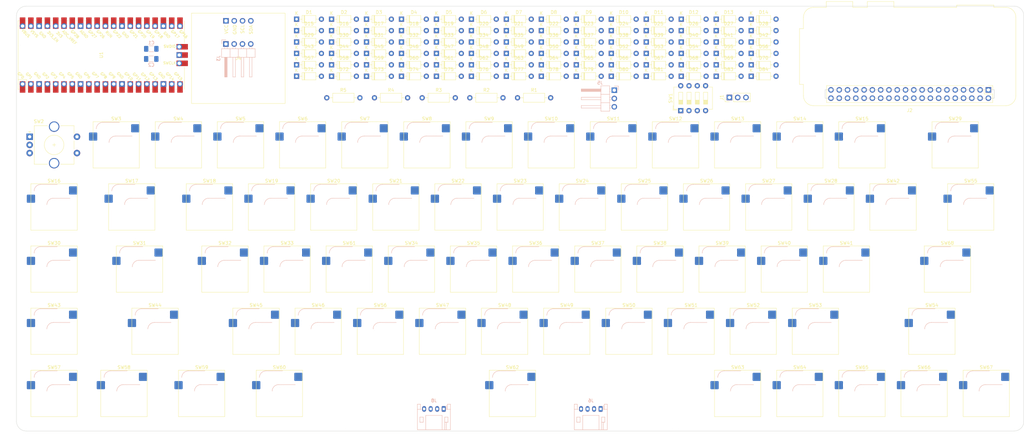
<source format=kicad_pcb>
(kicad_pcb (version 20221018) (generator pcbnew)
  (layers (0 "F.Cu" signal) (31 "B.Cu" signal) (34 "B.Paste" user) (35 "F.Paste" user) (36 "B.SilkS" user "B.Silkscreen") (37 "F.SilkS" user "F.Silkscreen") (38 "B.Mask" user) (39 "F.Mask" user) (44 "Edge.Cuts" user))
  (net 0 "")
  (net 1 "GND")
  (net 2 "Enc1")
  (net 3 "Enc2")
  (net 4 "Encoder_SW_2")
  (net 5 "C0")
  (net 6 "Net-(D2-K)")
  (net 7 "C1")
  (net 8 "Net-(D3-K)")
  (net 9 "C2")
  (net 10 "Net-(D4-K)")
  (net 11 "C3")
  (net 12 "ExtraSource")
  (net 13 "C4")
  (net 14 "Net-(D6-K)")
  (net 15 "C5")
  (net 16 "Net-(D7-K)")
  (net 17 "C6")
  (net 18 "Net-(D8-A)")
  (net 19 "Net-(D9-A)")
  (net 20 "Net-(D10-A)")
  (net 21 "Net-(D11-A)")
  (net 22 "Net-(D12-A)")
  (net 23 "Net-(D13-A)")
  (net 24 "Net-(D14-A)")
  (net 25 "R0")
  (net 26 "Encoder_SW_1")
  (net 27 "Net-(D16-A)")
  (net 28 "Net-(D17-A)")
  (net 29 "Net-(D18-A)")
  (net 30 "Net-(D19-A)")
  (net 31 "Net-(D20-A)")
  (net 32 "Net-(D21-A)")
  (net 33 "Net-(D22-K)")
  (net 34 "Net-(D23-K)")
  (net 35 "Net-(D24-K)")
  (net 36 "Net-(D25-K)")
  (net 37 "Net-(D26-K)")
  (net 38 "Net-(D27-K)")
  (net 39 "Net-(D28-K)")
  (net 40 "R1")
  (net 41 "Net-(D29-A)")
  (net 42 "Net-(D30-A)")
  (net 43 "Net-(D31-A)")
  (net 44 "Net-(D32-A)")
  (net 45 "Net-(D33-A)")
  (net 46 "Net-(D34-A)")
  (net 47 "Net-(D35-A)")
  (net 48 "Net-(D36-K)")
  (net 49 "Net-(D37-K)")
  (net 50 "Net-(D38-K)")
  (net 51 "Net-(D39-K)")
  (net 52 "Net-(D40-K)")
  (net 53 "Net-(D41-K)")
  (net 54 "Net-(D42-K)")
  (net 55 "R2")
  (net 56 "Net-(D43-A)")
  (net 57 "Net-(D44-A)")
  (net 58 "Net-(D45-A)")
  (net 59 "Net-(D46-A)")
  (net 60 "Extra1")
  (net 61 "Net-(D48-A)")
  (net 62 "Net-(D49-A)")
  (net 63 "Net-(D50-K)")
  (net 64 "Net-(D51-K)")
  (net 65 "Net-(D52-K)")
  (net 66 "Net-(D53-K)")
  (net 67 "Net-(D54-K)")
  (net 68 "Net-(D55-K)")
  (net 69 "Net-(D56-K)")
  (net 70 "R3")
  (net 71 "Net-(D57-A)")
  (net 72 "Net-(D58-A)")
  (net 73 "Net-(D59-A)")
  (net 74 "Net-(D60-A)")
  (net 75 "Extra2")
  (net 76 "Net-(D62-A)")
  (net 77 "Net-(D63-A)")
  (net 78 "Net-(D64-K)")
  (net 79 "Net-(D65-K)")
  (net 80 "Net-(D66-K)")
  (net 81 "Net-(D67-K)")
  (net 82 "Net-(D68-K)")
  (net 83 "Net-(D69-K)")
  (net 84 "Net-(D70-K)")
  (net 85 "R4")
  (net 86 "Net-(D71-A)")
  (net 87 "Net-(D72-A)")
  (net 88 "Net-(D73-A)")
  (net 89 "Net-(D74-A)")
  (net 90 "Extra3")
  (net 92 "Net-(D77-A)")
  (net 93 "Net-(D78-K)")
  (net 94 "Net-(D79-K)")
  (net 95 "Net-(D80-K)")
  (net 96 "Net-(D81-K)")
  (net 97 "Net-(D82-K)")
  (net 98 "Net-(D83-K)")
  (net 99 "Net-(D84-K)")
  (net 100 "+5V")
  (net 101 "I2C0_SCL")
  (net 102 "I2C0_SDA")
  (net 128 "SPI_MISO")
  (net 129 "SPI_CS")
  (net 131 "SPI_MOSI")
  (net 132 "SPI_SCK")
  (net 133 "/Pi_VCC")
  (net 134 "PI_SPI_MISO")
  (net 135 "PI_SPI_CS")
  (net 136 "+3V3")
  (net 137 "ANG1")
  (net 138 "ANG2")
  (net 139 "LED")
  (net 140 "Net-(R2-Pad1)")
  (net 141 "Net-(R4-Pad1)")
  (net 142 "PI_SPI_MOSI")
  (net 150 "PI_SPI_SCK")
  (net 151 "Net-(J5-Pin_2)")
  (footprint "Diode_THT:D_DO-35_SOD27_P7.62mm_Horizontal" (layer "F.Cu") (at 214.5 28.5)
    (fp_text reference "D83")
    (fp_text value "D")
  )
  (footprint "PCM_Switch_Keyboard_Hotswap_Kailh:SW_Hotswap_Kailh_MX_1.00u" (layer "F.Cu") (at 159.1625 87.625)
    (fp_text reference "SW36")
    (fp_text value "SW_h")
  )
  (footprint "PCM_Switch_Keyboard_Hotswap_Kailh:SW_Hotswap_Kailh_MX_1.00u" (layer "F.Cu") (at 221.075 125.725)
    (fp_text reference "SW63")
    (fp_text value "SW_fn2")
  )
  (footprint "PCM_Switch_Keyboard_Hotswap_Kailh:SW_Hotswap_Kailh_MX_1.50u" (layer "F.Cu") (at 292.5125 68.575)
    (fp_text reference "SW55")
    (fp_text value "SW_\\")
  )
  (footprint "PCM_Switch_Keyboard_Hotswap_Kailh:SW_Hotswap_Kailh_MX_1.00u" (layer "F.Cu") (at 163.925 49.525)
    (fp_text reference "SW10")
    (fp_text value "SW_7")
  )
  (footprint "PCM_Switch_Keyboard_Hotswap_Kailh:SW_Hotswap_Kailh_MX_1.00u" (layer "F.Cu") (at 211.55 68.575)
    (fp_text reference "SW26")
    (fp_text value "SW_o")
  )
  (footprint "Diode_THT:D_DO-35_SOD27_P7.62mm_Horizontal" (layer "F.Cu") (at 171.62 25)
    (fp_text reference "D65")
    (fp_text value "D")
  )
  (footprint "PCM_Switch_Keyboard_Hotswap_Kailh:SW_Hotswap_Kailh_MX_1.00u" (layer "F.Cu") (at 149.6375 106.675)
    (fp_text reference "SW48")
    (fp_text value "SW_b")
  )
  (footprint "Diode_THT:D_DO-35_SOD27_P7.62mm_Horizontal" (layer "F.Cu") (at 171.62 28.5)
    (fp_text reference "D79")
    (fp_text value "D")
  )
  (footprint "Diode_THT:D_DO-35_SOD27_P7.62mm_Horizontal" (layer "F.Cu") (at 214.5 14.5)
    (fp_text reference "D27")
    (fp_text value "D")
  )
  (footprint "PCM_Switch_Keyboard_Hotswap_Kailh:SW_Hotswap_Kailh_MX_1.00u" (layer "F.Cu") (at 182.975 49.525)
    (fp_text reference "SW11")
    (fp_text value "SW_8")
  )
  (footprint "Diode_THT:D_DO-35_SOD27_P7.62mm_Horizontal" (layer "F.Cu") (at 107.3 14.5)
    (fp_text reference "D17")
    (fp_text value "D")
  )
  (footprint "Diode_THT:D_DO-35_SOD27_P7.62mm_Horizontal" (layer "F.Cu") (at 182.34 11)
    (fp_text reference "D10")
    (fp_text value "D")
  )
  (footprint "Diode_THT:D_DO-35_SOD27_P7.62mm_Horizontal" (layer "F.Cu") (at 96.58 25)
    (fp_text reference "D58")
    (fp_text value "D")
  )
  (footprint "Diode_THT:D_DO-35_SOD27_P7.62mm_Horizontal" (layer "F.Cu") (at 193.06 18)
    (fp_text reference "D39")
    (fp_text value "D")
  )
  (footprint "PCM_Switch_Keyboard_Hotswap_Kailh:SW_Hotswap_Kailh_MX_1.00u" (layer "F.Cu") (at 259.175 125.725)
    (fp_text reference "SW65")
    (fp_text value "SW_down")
  )
  (footprint "Diode_THT:D_DO-35_SOD27_P7.62mm_Horizontal" (layer "F.Cu") (at 96.58 18)
    (fp_text reference "D30")
    (fp_text value "D")
  )
  (footprint "PCM_Switch_Keyboard_Hotswap_Kailh:SW_Hotswap_Kailh_MX_1.00u" (layer "F.Cu") (at 125.824999 49.525)
    (fp_text reference "SW8")
    (fp_text value "SW_5")
  )
  (footprint "PCM_Switch_Keyboard_Hotswap_Kailh:SW_Hotswap_Kailh_MX_1.00u" (layer "F.Cu") (at 11.525 125.725)
    (fp_text reference "SW57")
    (fp_text value "SW_fn1")
  )
  (footprint "Diode_THT:D_DO-35_SOD27_P7.62mm_Horizontal" (layer "F.Cu") (at 150.18 21.5)
    (fp_text reference "D49")
    (fp_text value "D")
  )
  (footprint "Diode_THT:D_DO-35_SOD27_P7.62mm_Horizontal" (layer "F.Cu") (at 193.06 28.5)
    (fp_text reference "D81")
    (fp_text value "D")
  )
  (footprint "PCM_Switch_Keyboard_Hotswap_Kailh:SW_Hotswap_Kailh_MX_1.00u" (layer "F.Cu") (at 192.5 68.575)
    (fp_text reference "SW25")
    (fp_text value "SW_i")
  )
  (footprint "PCM_Switch_Keyboard_Hotswap_Kailh:SW_Hotswap_Kailh_MX_1.50u" (layer "F.Cu") (at 35.3375 68.575)
    (fp_text reference "SW17")
    (fp_text value "SW_tab")
  )
  (footprint "Diode_THT:D_DO-35_SOD27_P7.62mm_Horizontal" (layer "F.Cu") (at 193.06 25)
    (fp_text reference "D67")
    (fp_text value "D")
  )
  (footprint "PCM_Switch_Keyboard_Hotswap_Kailh:SW_Hotswap_Kailh_MX_1.00u" (layer "F.Cu") (at 11.525 106.675)
    (fp_text reference "SW43")
    (fp_text value "SW_ins")
  )
  (footprint "PCM_Switch_Keyboard_Hotswap_Kailh:SW_Hotswap_Kailh_MX_1.00u" (layer "F.Cu") (at 168.6875 106.675)
    (fp_text reference "SW49")
    (fp_text value "SW_n")
  )
  (footprint "PCM_Switch_Keyboard_Hotswap_Kailh:SW_Hotswap_Kailh_MX_2.00u" (layer "F.Cu") (at 287.75 49.525)
    (fp_text reference "SW29")
    (fp_text value "SW_back")
  )
  (footprint "Diode_THT:D_DO-35_SOD27_P7.62mm_Horizontal" (layer "F.Cu") (at 214.5 18)
    (fp_text reference "D41")
    (fp_text value "D")
  )
  (footprint "Resistor_THT:R_Axial_DIN0207_L6.3mm_D2.5mm_P10.16mm_Horizontal" (layer "F.Cu") (at 109.7407 35.1028)
    (fp_text reference "R4")
    (fp_text value "10k")
  )
  (footprint "Diode_THT:D_DO-35_SOD27_P7.62mm_Horizontal" (layer "F.Cu") (at 118.02 11)
    (fp_text reference "D4")
    (fp_text value "D")
  )
  (footprint "Diode_THT:D_DO-35_SOD27_P7.62mm_Horizontal" (layer "F.Cu") (at 193.06 11)
    (fp_text reference "D11")
    (fp_text value "D")
  )
  (footprint "PCM_Switch_Keyboard_Hotswap_Kailh:SW_Hotswap_Kailh_MX_1.25u" (layer "F.Cu") (at 80.58125 125.725)
    (fp_text reference "SW60")
    (fp_text value "SW_alt")
  )
  (footprint "Diode_THT:D_DO-35_SOD27_P7.62mm_Horizontal" (layer "F.Cu") (at 214.5 21.5)
    (fp_text reference "D55")
    (fp_text value "D")
  )
  (footprint "RotaryEncoder:RotaryEncoder_Alps_EC11E-Switch_Vertical_H20mm_CircularMountingHoles" (layer "F.Cu") (at 4.045 47.045)
    (fp_text reference "SW2")
    (fp_text value "RotaryEncoder_Switch")
  )
  (footprint "PCM_Switch_Keyboard_Hotswap_Kailh:SW_Hotswap_Kailh_MX_1.00u" (layer "F.Cu") (at 216.3125 87.625)
    (fp_text reference "SW39")
    (fp_text value "SW_l")
  )
  (footprint "Diode_THT:D_DO-35_SOD27_P7.62mm_Horizontal" (layer "F.Cu") (at 139.46 11)
    (fp_text reference "D6")
    (fp_text value "D")
  )
  (footprint "Resistor_THT:R_Axial_DIN0207_L6.3mm_D2.5mm_P10.16mm_Horizontal" (layer "F.Cu") (at 138.9761 35.1028)
    (fp_text reference "R2")
    (fp_text value "10k")
  )
  (footprint "Diode_THT:D_DO-35_SOD27_P7.62mm_Horizontal" (layer "F.Cu") (at 128.74 14.5)
    (fp_text reference "D19")
    (fp_text value "D")
  )
  (footprint "Diode_THT:D_DO-35_SOD27_P7.62mm_Horizontal" (layer "F.Cu") (at 225.22 21.5)
    (fp_text reference "D56")
    (fp_text value "D")
  )
  (footprint "Diode_THT:D_DO-35_SOD27_P7.62mm_Horizontal" (layer "F.Cu") (at 203.78 18)
    (fp_text reference "D40")
    (fp_text value "D")
  )
  (footprint "PCM_Switch_Keyboard_Hotswap_Kailh:SW_Hotswap_Kailh_MX_1.00u" (layer "F.Cu") (at 49.625 49.525)
    (fp_text reference "SW4")
    (fp_text value "SW_1")
  )
  (footprint "Diode_THT:D_DO-35_SOD27_P7.62mm_Horizontal" (layer "F.Cu") (at 118.02 25)
    (fp_text reference "D60")
    (fp_text value "D")
  )
  (footprint "Diode_THT:D_DO-35_SOD27_P7.62mm_Horizontal" (layer "F.Cu") (at 118.02 18)
    (fp_text reference "D32")
    (fp_text value "D")
  )
  (footprint "MCU_RaspberryPi_and_Boards:RPi_Pico_SMD_TH" (layer "F.Cu") (at 26 22 90)
    (fp_text reference "U1")
    (fp_text value "Pico")
  )
  (footprint "Diode_THT:D_DO-35_SOD27_P7.62mm_Horizontal" (layer "F.Cu") (at 182.34 28.5)
    (fp_text reference "D80")
    (fp_text value "D")
  )
  (footprint "Resistor_THT:R_Axial_DIN0207_L6.3mm_D2.5mm_P10.16mm_Horizontal" (layer "F.Cu") (at 124.3584 35.1028)
    (fp_text reference "R3")
    (fp_text value "10k")
  )
  (footprint "PCM_Switch_Keyboard_Hotswap_Kailh:SW_Hotswap_Kailh_MX_1.00u" (layer "F.Cu") (at 230.6 68.575)
    (fp_text reference "SW27")
    (fp_text value "SW_p")
  )
  (footprint "PCM_Switch_Keyboard_Hotswap_Kailh:SW_Hotswap_Kailh_MX_1.00u" (layer "F.Cu") (at 197.2625 87.625)
    (fp_text reference "SW38")
    (fp_text value "SW_k")
  )
  (footprint "Diode_THT:D_DO-35_SOD27_P7.62mm_Horizontal" (layer "F.Cu") (at 128.74 11)
    (fp_text reference "D5")
    (fp_text value "D")
  )
  (footprint "Diode_THT:D_DO-35_SOD27_P7.62mm_Horizontal" (layer "F.Cu") (at 182.34 21.5)
    (fp_text reference "D52")
    (fp_text value "D")
  )
  (footprint "Diode_THT:D_DO-35_SOD27_P7.62mm_Horizontal" (layer "F.Cu") (at 150.18 14.5)
    (fp_text reference "D21")
    (fp_text value "D")
  )
  (footprint "Diode_THT:D_DO-35_SOD27_P7.62mm_Horizontal" (layer "F.Cu") (at 160.9 18)
    (fp_text reference "D36")
    (fp_text value "D")
  )
  (footprint "PCM_Switch_Keyboard_Hotswap_Kailh:SW_Hotswap_Kailh_MX_1.00u" (layer "F.Cu") (at 135.35 68.575)
    (fp_text reference "SW22")
    (fp_text value "SW_t")
  )
  (footprint "Diode_THT:D_DO-35_SOD27_P7.62mm_Horizontal" (layer "F.Cu") (at 171.62 14.5)
    (fp_text reference "D23")
    (fp_text value "D")
  )
  (footprint "PCM_Switch_Keyboard_Hotswap_Kailh:SW_Hotswap_Kailh_MX_1.00u" (layer "F.Cu") (at 11.525 68.575)
    (fp_text reference "SW16")
    (fp_text value "SW_esc")
  )
  (footprint "Diode_THT:D_DO-35_SOD27_P7.62mm_Horizontal" (layer "F.Cu") (at 85.86 28.5)
    (fp_text reference "D71")
    (fp_text value "D")
  )
  (footprint "Diode_THT:D_DO-35_SOD27_P7.62mm_Horizontal" (layer "F.Cu") (at 193.06 14.5)
    (fp_text reference "D25")
    (fp_text value "D")
  )
  (footprint "Diode_THT:D_DO-35_SOD27_P7.62mm_Horizontal" (layer "F.Cu") (at 107.3 11)
    (fp_text reference "D3")
    (fp_text value "D")
  )
  (footprint "Resistor_THT:R_Axial_DIN0207_L6.3mm_D2.5mm_P10.16mm_Horizontal" (layer "F.Cu") (at 153.5938 35.1028)
    (fp_text reference "R1")
    (fp_text value "330")
  )
  (footprint "PCM_Switch_Keyboard_Hotswap_Kailh:SW_Hotswap_Kailh_MX_1.00u" (layer "F.Cu") (at 297.275 125.725)
    (fp_text reference "SW67")
    (fp_text value "SW_right")
  )
  (footprint "Diode_THT:D_DO-35_SOD27_P7.62mm_Horizontal" (layer "F.Cu") (at 107.3 21.5)
    (fp_text reference "D45")
    (fp_text value "D")
  )
  (footprint "PCM_Switch_Keyboard_Hotswap_Kailh:SW_Hotswap_Kailh_MX_1.00u" (layer "F.Cu") (at 106.774999 49.525)
    (fp_text reference "SW7")
    (fp_text value "SW_4")
  )
  (footprint "Diode_THT:D_DO-35_SOD27_P7.62mm_Horizontal" (layer "F.Cu") (at 150.18 28.5)
    (fp_text reference "D77")
    (fp_text value "D")
  )
  (footprint "Button_Switch_THT:SW_DIP_SPSTx04_Slide_6.7x11.72mm_W7.62mm_P2.54mm_LowProfile" (layer "F.Cu") (at 203.6164 39.0298 90)
    (fp_text reference "SW1")
    (fp_text value "SPI_SW")
  )
  (footprint "Diode_THT:D_DO-35_SOD27_P7.62mm_Horizontal" (layer "F.Cu") (at 96.58 11)
    (fp_text reference "D2")
    (fp_text value "D")
  )
  (footprint "Diode_THT:D_DO-35_SOD27_P7.62mm_Horizontal" (layer "F.Cu") (at 128.74 18)
    (fp_text reference "D33")
    (fp_text value "D")
  )
  (footprint "PCM_Switch_Keyboard_Hotswap_Kailh:SW_Hotswap_Kailh_MX_1.00u" (layer "F.Cu") (at 82.9625 87.625)
    (fp_text reference "SW33")
    (fp_text value "SW_s")
  )
  (footprint "Diode_THT:D_DO-35_SOD27_P7.62mm_Horizontal" (layer "F.Cu") (at 203.78 14.5)
    (fp_text reference "D26")
    (fp_text value "D")
  )
  (footprint "Diode_THT:D_DO-35_SOD27_P7.62mm_Horizontal" (layer "F.Cu") (at 85.86 18)
    (fp_text reference "D29")
    (fp_text value "D")
  )
  (footprint "PCM_Switch_Keyboard_Hotswap_Kailh:SW_Hotswap_Kailh_MX_1.00u" (layer "F.Cu") (at 102.0125 87.625)
    (fp_text reference "SW61")
    (fp_text value "SW_d")
  )
  (footprint "Diode_THT:D_DO-35_SOD27_P7.62mm_Horizontal" (layer "F.Cu") (at 203.78 25)
    (fp_text reference "D68")
    (fp_text value "D")
  )
  (footprint "Diode_THT:D_DO-35_SOD27_P7.62mm_Horizontal" (layer "F.Cu") (at 171.62 18)
    (fp_text reference "D37")
    (fp_text value "D")
  )
  (footprint "Diode_THT:D_DO-35_SOD27_P7.62mm_Horizontal" (layer "F.Cu") (at 85.86 25)
    (fp_text reference "D57")
    (fp_text value "D")
  )
  (footprint "Diode_THT:D_DO-35_SOD27_P7.62mm_Horizontal" (layer "F.Cu") (at 203.78 11)
    (fp_text reference "D12")
    (fp_text value "D")
  )
  (footprint "PCM_Switch_Keyboard_Hotswap_Kailh:SW_Hotswap_Kailh_MX_1.00u" (layer "F.Cu") (at 221.075 49.525)
    (fp_text reference "SW13")
    (fp_text value "SW_0")
  )
  (footprint "PCM_Switch_Keyboard_Hotswap_Kailh:SW_Hotswap_Kailh_MX_2.25u" (layer "F.Cu") (at 285.36875 87.625)
    (fp_text reference "SW68")
    (fp_text value "SW_enter")
  )
  (footprint "PCM_Switch_Keyboard_Hotswap_Kailh:SW_Hotswap_Kailh_MX_1.00u" (layer "F.Cu") (at 11.525 87.625)
    (fp_text reference "SW30")
    (fp_text value "SW_del")
  )
  (footprint "PCM_Switch_Keyboard_Hotswap_Kailh:SW_Hotswap_Kailh_MX_1.00u" (layer "F.Cu") (at 92.4875 106.675)
    (fp_text reference "SW46")
    (fp_text value "SW_x")
  )
  (footprint "PCM_Switch_Keyboard_Hotswap_Kailh:SW_Hotswap_Kailh_MX_1.00u" (layer "F.Cu") (at 235.3625 87.625)
    (fp_text reference "SW40")
    (fp_text value "SW_;")
  )
  (footprint "Diode_THT:D_DO-35_SOD27_P7.62mm_Horizontal" (layer "F.Cu") (at 96.58 28.5)
    (fp_text reference "D72")
    (fp_text value "D")
  )
  (footprint "Diode_THT:D_DO-35_SOD27_P7.62mm_Horizontal" (layer "F.Cu") (at 128.74 21.5)
    (fp_text reference "D47")
    (fp_text value "D")
  )
  (footprint "Diode_THT:D_DO-35_SOD27_P7.62mm_Horizontal" (layer "F.Cu") (at 225.22 11)
    (fp_text reference "D14")
    (fp_text value "D")
  )
  (footprint "PCM_Switch_Keyboard_Hotswap_Kailh:SW_Hotswap_Kailh_MX_1.00u" (layer "F.Cu") (at 249.65 68.575)
    (fp_text reference "SW28")
    (fp_text value "SW_[")
  )
  (footprint "PCM_Switch_Keyboard_Hotswap_Kailh:SW_Hotswap_Kailh_MX_1.00u" (layer "F.Cu") (at 121.0625 87.625)
    (fp_text reference "SW34")
    (fp_text value "SW_f")
  )
  (footprint "PCM_Switch_Keyboard_Hotswap_Kailh:SW_Hotswap_Kailh_MX_1.00u" (layer "F.Cu") (at 173.45 68.575)
    (fp_text reference "SW24")
    (fp_text value "SW_u")
  )
  (footprint "Diode_THT:D_DO-35_SOD27_P7.62mm_Horizontal" (layer "F.Cu") (at 150.18 18)
    (fp_text reference "D35")
    (fp_text value "D")
  )
  (footprint "Diode_THT:D_DO-35_SOD27_P7.62mm_Horizontal" (layer "F.Cu") (at 139.46 25)
    (fp_text reference "D62")
    (fp_text value "D")
  )
  (footprint "Diode_THT:D_DO-35_SOD27_P7.62mm_Horizontal" (layer "F.Cu") (at 160.9 28.5)
    (fp_text reference "D78")
    (fp_text value "D")
  )
  (footprint "PCM_Switch_Keyboard_Hotswap_Kailh:SW_Hotswap_Kailh_MX_2.75u" (layer "F.Cu") (at 280.60625 106.675)
    (fp_text reference "SW54")
    (fp_text value "SW_r_shift")
  )
  (footprint "PCM_Switch_Keyboard_Hotswap_Kailh:SW_Hotswap_Kailh_MX_1.00u" (layer "F.Cu") (at 240.125 125.725)
    (fp_text reference "SW64")
    (fp_text value "SW_left")
  )
  (footprint "Connector_PinHeader_2.54mm:PinHeader_1x03_P2.54mm_Vertical" (layer "F.Cu") (at 218.5416 35.0012 90)
    (fp_text reference "J1")
    (fp_text value "PiPowerSwitch")
  )
  (footprint "PCM_Switch_Keyboard_Hotswap_Kailh:SW_Hotswap_Kailh_MX_1.00u" (layer "F.Cu") (at 206.7875 106.675)
    (fp_text reference "SW51")
    (fp_text value "SW_,")
  )
  (footprint "PCM_Switch_Keyboard_Hotswap_Kailh:SW_Hotswap_Kailh_MX_1.00u" (layer "F.Cu") (at 59.15 68.575)
    (fp_text reference "SW18")
    (fp_text value "SW_q")
  )
  (footprint "PCM_Switch_Keyboard_Hotswap_Kailh:SW_Hotswap_Kailh_MX_1.00u" (layer "F.Cu") (at 202.025 49.525)
    (fp_text reference "SW12")
    (fp_text value "SW_9")
  )
  (footprint "Diode_THT:D_DO-35_SOD27_P7.62mm_Horizontal" (layer "F.Cu") (at 182.34 18)
    (fp_text reference "D38")
    (fp_text value "D")
  )
  (footprint "PCM_Switch_Keyboard_Hotswap_Kailh:SW_Hotswap_Kailh_MX_2.25u" (layer "F.Cu") (at 42.48125 106.675)
    (fp_text reference "SW44")
    (fp_text value "SW_shift")
  )
  (footprint "Diode_THT:D_DO-35_SOD27_P7.62mm_Horizontal" (layer "F.Cu") (at 85.86 14.5)
    (fp_text reference "D15")
    (fp_text value "D")
  )
  (footprint "Diode_THT:D_DO-35_SOD27_P7.62mm_Horizontal" (layer "F.Cu") (at 203.78 28.5)
    (fp_text reference "D82")
    (fp_text value "D")
  )
  (footprint "Diode_THT:D_DO-35_SOD27_P7.62mm_Horizontal" (layer "F.Cu") (at 139.46 18)
    (fp_text reference "D34")
    (fp_text value "D")
  )
  (footprint "Diode_THT:D_DO-35_SOD27_P7.62mm_Horizontal" (layer "F.Cu") (at 171.62 11)
    (fp_text reference "D9")
    (fp_text value "D")
  )
  (footprint "Diode_THT:D_DO-35_SOD27_P7.62mm_Horizontal" (layer "F.Cu") (at 139.46 14.5)
    (fp_text reference "D20")
    (fp_text value "D")
  )
  (footprint "Diode_THT:D_DO-35_SOD27_P7.62mm_Horizontal" (layer "F.Cu") (at 139.46 28.5)
    (fp_text reference "D76")
    (fp_text value "D")
  )
  (footprint "PCM_Switch_Keyboard_Hotswap_Kailh:SW_Hotswap_Kailh_MX_1.00u" (layer "F.Cu") (at 225.8375 106.675)
    (fp_text reference "SW52")
    (fp_text value "SW_.")
  )
  (footprint "Diode_THT:D_DO-35_SOD27_P7.62mm_Horizontal" (layer "F.Cu") (at 225.22 28.5)
    (fp_text reference "D84")
    (fp_text value "D")
  )
  (footprint "Diode_THT:D_DO-35_SOD27_P7.62mm_Horizontal" (layer "F.Cu") (at 193.06 21.5)
    (fp_text reference "D53")
    (fp_text value "D")
  )
  (footprint "Diode_THT:D_DO-35_SOD27_P7.62mm_Horizontal" (layer "F.Cu") (at 160.9 25)
    (fp_text reference "D64")
    (fp_text value "D")
  )
  (footprint "Stabilizer_Cherry_MX_6.25u" (layer "F.Cu") (at 152.01875 125.725)
    (fp_text reference "REF**" hide)
    (fp_text value "Stabilizer_Cherry_MX_6.25u")
  )
  (footprint "PCM_Switch_Keyboard_Hotswap_Kailh:SW_Hotswap_Kailh_MX_1.00u" (layer "F.Cu") (at 244.8875 106.675)
    (fp_text reference "SW53")
    (fp_text value "SW_/")
  )
  (footprint "PCM_Switch_Keyboard_Hotswap_Kailh:SW_Hotswap_Kailh_MX_1.00u" (layer "F.Cu") (at 144.875 49.525)
    (fp_text reference "SW9")
    (fp_text value "SW_6")
  )
  (footprint "Diode_THT:D_DO-35_SOD27_P7.62mm_Horizontal" (layer "F.Cu") (at 150.18 11)
    (fp_text reference "D7")
    (fp_text value "D")
  )
  (footprint "Stabilizer_Cherry_MX_2.00u" (layer "F.Cu") (at 42.48125 106.675)
    (fp_text reference "REF**" hide)
    (fp_text value "Stabilizer_Cherry_MX_2.00u")
  )
  (footprint "Diode_THT:D_DO-35_SOD27_P7.62mm_Horizontal" (layer "F.Cu") (at 107.3 28.5)
    (fp_text reference "D73")
    (fp_text value "D")
  )
  (footprint "Stabilizer_Cherry_MX_2.00u" (layer "F.Cu") (at 287.75 49.525)
    (fp_text reference "REF**" hide)
    (fp_text value "Stabilizer_Cherry_MX_2.00u")
  )
  (footprint "Resistor_THT:R_Axial_DIN0207_L6.3mm_D2.5mm_P10.16mm_Horizontal" (layer "F.Cu") (at 105.283 35.1028 180)
    (fp_text reference "R5")
    (fp_text value "10k")
  )
  (footprint "Diode_THT:D_DO-35_SOD27_P7.62mm_Horizontal" (layer "F.Cu") (at 128.74 25)
    (fp_text reference "D61")
    (fp_text value "D")
  )
  (footprint "PCM_Switch_Keyboard_Hotswap_Kailh:SW_Hotswap_Kailh_MX_1.00u" (layer "F.Cu") (at 68.675 49.525)
    (fp_text reference "SW5")
    (fp_text value "SW_2")
  )
  (footprint "Stabilizer_Cherry_MX_2.00u" (layer "F.Cu") (at 280.60625 106.675)
    (fp_text reference "REF**" hide)
    (fp_text value "Stabilizer_Cherry_MX_2.00u")
  )
  (footprint "PCM_Switch_Keyboard_Hotswap_Kailh:SW_Hotswap_Kailh_MX_1.25u" (layer "F.Cu") (at 32.956249 125.725)
    (fp_text reference "SW58")
    (fp_text value "SW_ctrl")
  )
  (footprint "Diode_THT:D_DO-35_SOD27_P7.62mm_Horizontal" (layer "F.Cu") (at 150.18 25)
    (fp_text reference "D63")
    (fp_text value "D")
  )
  (footprint "Diode_THT:D_DO-35_SOD27_P7.62mm_Horizontal" (layer "F.Cu") (at 118.02 14.5)
    (fp_text reference "D18")
    (fp_text value "D")
  )
  (footprint "PCM_Switch_Keyboard_Hotswap_Kailh:SW_Hotswap_Kailh_MX_1.00u" (layer "F.Cu") (at 116.3 68.575)
    (fp_text reference "SW21")
    (fp_text value "SW_r")
  )
  (footprint "Diode_THT:D_DO-35_SOD27_P7.62mm_Horizontal" (layer "F.Cu") (at 128.74 28.5)
    (fp_text reference "D75")
    (fp_text value "D")
  )
  (footprint "Diode_THT:D_DO-35_SOD27_P7.62mm_Horizontal" (layer "F.Cu") (at 182.34 14.5)
    (fp_text reference "D24")
    (fp_text value "D")
  )
  (footprint "PCM_Switch_Keyboard_Hotswap_Kailh:SW_Hotswap_Kailh_MX_1.00u" (layer "F.Cu") (at 73.4375 106.675)
    (fp_text reference "SW45")
    (fp_text value "SW_z")
  )
  (footprint "Diode_THT:D_DO-35_SOD27_P7.62mm_Horizontal" (layer "F.Cu") (at 160.9 21.5)
    (fp_text reference "D50")
    (fp_text value "D")
  )
  (footprint "PCM_Switch_Keyboard_Hotswap_Kailh:SW_Hotswap_Kailh_MX_1.00u" (layer "F.Cu") (at 268.7 68.575)
    (fp_text reference "SW42")
    (fp_text value "SW_]")
  )
  (footprint "Diode_THT:D_DO-35_SOD27_P7.62mm_Horizontal" (layer "F.Cu") (at 107.3 18)
    (fp_text reference "D31")
    (fp_text value "D")
  )
  (footprint "PiZero:Raspberry_Pi_Zero_Socketed_THT_MountingHoles_Castellated" (layer "F.Cu") (at 273.8 34 -90)
    (fp_text reference "J2")
    (fp_text value "Pi_Zero")
    (fp_rect (start -1.375 -25.93) (end 1.22 25.93) (stroke (width 0.12)) (fill none) (layer "Edge.Cuts"))
  )
  (footprint "PCM_Switch_Keyboard_Hotswap_Kailh:SW_Hotswap_Kailh_MX_1.00u" (layer "F.Cu") (at 130.5875 106.675)
    (fp_text reference "SW47")
    (fp_text value "SW_v")
  )
  (footprint "Stabilizer_Cherry_MX_2.00u" (layer "F.Cu") (at 285.36875 87.625)
    (fp_text reference "REF**" hide)
    (fp_text value "Stabilizer_Cherry_MX_2.00u")
  )
  (footprint "Diode_THT:D_DO-35_SOD27_P7.62mm_Horizontal" (layer "F.Cu") (at 96.58 14.5)
    (fp_text reference "D16")
    (fp_text value "D")
  )
  (footprint "Diode_THT:D_DO-35_SOD27_P7.62mm_Horizontal" (layer "F.Cu") (at 225.22 14.5)
    (fp_text reference "D28")
    (fp_text value "D")
  )
  (footprint "Diode_THT:D_DO-35_SOD27_P7.62mm_Horizontal" (layer "F.Cu") (at 139.46 21.5)
    (fp_text reference "D48")
    (fp_text value "D")
  )
  (footprint "Diode_THT:D_DO-35_SOD27_P7.62mm_Horizontal" (layer "F.Cu") (at 160.9 14.5)
    (fp_text reference "D22")
    (fp_text value "D")
  )
  (footprint "PCM_Switch_Keyboard_Hotswap_Kailh:SW_Hotswap_Kailh_MX_1.00u" (layer "F.Cu") (at 87.725 49.525)
    (fp_text reference "SW6")
    (fp_text value "SW_3")
  )
  (footprint "JMD0.96C:JMD0.96C" (layer "F.Cu") (at 68 23)
    (fp_text reference "J4")
    (fp_text value "JMD0.96C")
  )
  (footprint "PCM_Switch_Keyboard_Hotswap_Kailh:SW_Hotswap_Kailh_MX_1.00u" (layer "F.Cu") (at 240.125 49.525)
    (fp_text reference "SW14")
    (fp_text value "SW_-")
  )
  (footprint "PCM_Switch_Keyboard_Hotswap_Kailh:SW_Hotswap_Kailh_MX_1.00u" (layer "F.Cu") (at 63.9125 87.625)
    (fp_text reference "SW32")
    (fp_text value "SW_a")
  )
  (footprint "Diode_THT:D_DO-35_SOD27_P7.62mm_Horizontal" (layer "F.Cu") (at 214.5 11)
    (fp_text reference "D13")
    (fp_text value "D")
  )
  (footprint "PCM_Switch_Keyboard_Hotswap_Kailh:SW_Hotswap_Kailh_MX_1.00u" (layer "F.Cu") (at 30.575 49.525)
    (fp_text reference "SW3")
    (fp_text value "SW_`")
  )
  (footprint "PCM_Switch_Keyboard_Hotswap_Kailh:SW_Hotswap_Kailh_MX_1.00u" (layer "F.Cu") (at 154.4 68.575)
    (fp_text reference "SW23")
    (fp_text value "SW_y")
  )
  (footprint "PCM_Switch_Keyboard_Hotswap_Kailh:SW_Hotswap_Kailh_MX_1.00u" (layer "F.Cu") (at 278.225 125.725)
    (fp_text reference "SW66")
    (fp_text value "SW_up")
  )
  (footprint "PCM_Switch_Keyboard_Hotswap_Kailh:SW_Hotswap_Kailh_MX_1.00u" (layer "F.Cu") (at 178.2125 87.625)
    (fp_text reference "SW37")
    (fp_text value "SW_j")
  )
  (footprint "PCM_Switch_Keyboard_Hotswap_Kailh:SW_Hotswap_Kailh_MX_1.00u" (layer "F.Cu") (at 111.5375 106.675)
    (fp_text reference "SW56")
    (fp_text value "SW_c")
  )
  (footprint "Diode_THT:D_DO-35_SOD27_P7.62mm_Horizontal" (layer "F.Cu") (at 214.5 25)
    (fp_text reference "D69")
    (fp_text value "D")
  )
  (footprint "Diode_THT:D_DO-35_SOD27_P7.62mm_Horizontal" (layer "F.Cu") (at 96.58 21.5)
    (fp_text reference "D44")
    (fp_text value "D")
  )
  (footprint "Diode_THT:D_DO-35_SOD27_P7.62mm_Horizontal" (layer "F.Cu") (at 118.02 28.5)
    (fp_text reference "D74")
    (fp_text value "D")
  )
  (footprint "PCM_Switch_Keyboard_Hotswap_Kailh:SW_Hotswap_Kailh_MX_1.00u" (layer "F.Cu") (at 259.175 49.525)
    (fp_text reference "SW15")
    (fp_text value "SW_+")
  )
  (footprint "PCM_Switch_Keyboard_Hotswap_Kailh:SW_Hotswap_Kailh_MX_1.25u" (layer "F.Cu") (at 56.76875 125.725)
    (fp_text reference "SW59")
    (fp_text value "SW_super")
  )
  (footprint "Diode_THT:D_DO-35_SOD27_P7.62mm_Horizontal" (layer "F.Cu") (at 225.22 25)
    (fp_text reference "D70")
    (fp_text value "D")
  )
  (footprint "PCM_Switch_Keyboard_Hotswap_Kailh:SW_Hotswap_Kailh_MX_6.25u" (layer "F.Cu") (at 152.01875 125.725)
    (fp_text reference "SW62")
    (fp_text value "SW_space")
  )
  (footprint "PCM_Switch_Keyboard_Hotswap_Kailh:SW_Hotswap_Kailh_MX_1.00u" (layer "F.Cu") (at 254.4125 87.625)
    (fp_text reference "SW41")
    (fp_text value "SW_'")
  )
  (footprint "Diode_THT:D_DO-35_SOD27_P7.62mm_Horizontal" (layer "F.Cu") (at 171.62 21.5)
    (fp_text reference "D51")
    (fp_text value "D")
  )
  (footprint "PCM_Switch_Keyboard_Hotswap_Kailh:SW_Hotswap_Kailh_MX_1.00u" (layer "F.Cu") (at 187.7375 106.675)
    (fp_text reference "SW50")
    (fp_text value "SW_m")
  )
  (footprint "Diode_THT:D_DO-35_SOD27_P7.62mm_Horizontal" (layer "F.Cu") (at 118.02 21.5)
    (fp_text reference "D46")
    (fp_text value "D")
  )
  (footprint "Diode_THT:D_DO-35_SOD27_P7.62mm_Horizontal" (layer "F.Cu") (at 107.3 25)
    (fp_text reference "D59")
    (fp_text value "D")
  )
  (footprint "Diode_THT:D_DO-35_SOD27_P7.62mm_Horizontal" (layer "F.Cu") (at 182.34 25)
    (fp_text reference "D66")
    (fp_text value "D")
  )
  (footprint "Diode_THT:D_DO-35_SOD27_P7.62mm_Horizontal" (layer "F.Cu") (at 203.78 21.5)
    (fp_text reference "D54")
    (fp_text value "D")
  )
  (footprint "PCM_Switch_Keyboard_Hotswap_Kailh:SW_Hotswap_Kailh_MX_1.75u" (layer "F.Cu") (at 37.71875 87.625)
    (fp_text reference "SW31")
    (fp_text value "SW_caps")
  )
  (footprint "Diode_THT:D_DO-35_SOD27_P7.62mm_Horizontal" (layer "F.Cu") (at 160.9 11)
    (fp_text reference "D8")
    (fp_text value "D")
  )
  (footprint "PCM_Switch_Keyboard_Hotswap_Kailh:SW_Hotswap_Kailh_MX_1.00u" (layer "F.Cu") (at 78.2 68.575)
    (fp_text reference "SW19")
    (fp_text value "SW_w")
  )
  (footprint "Diode_THT:D_DO-35_SOD27_P7.62mm_Horizontal" (layer "F.Cu") (at 85.86 21.5)
    (fp_text reference "D43")
    (fp_text value "D")
  )
  (footprint "Diode_THT:D_DO-35_SOD27_P7.62mm_Horizontal" (layer "F.Cu") (at 85.86 11)
    (fp_text reference "D1")
    (fp_text value "D")
  )
  (footprint "PCM_Switch_Keyboard_Hotswap_Kailh:SW_Hotswap_Kailh_MX_1.00u" (layer "F.Cu") (at 140.1125 87.625)
    (fp_text reference "SW35")
    (fp_text value "SW_g")
  )
  (footprint "PCM_Switch_Keyboard_Hotswap_Kailh:SW_Hotswap_Kailh_MX_1.00u" (layer "F.Cu") (at 97.25 68.575)
    (fp_text reference "SW20")
    (fp_text value "SW_e")
  )
  (footprint "Diode_THT:D_DO-35_SOD27_P7.62mm_Horizontal" (layer "F.Cu") (at 225.22 18)
    (fp_text reference "D42")
    (fp_text value "D")
  )
  (footprint "Connector_PinHeader_2.54mm:PinHeader_1x04_P2.54mm_Horizontal" (layer "B.Cu") (at 64.1958 18.612 -90)
    (fp_text reference "J3")
    (fp_text value "I2C0")
  )
  (footprint "Connector_JST:JST_PH_S4B-PH-K_1x04_P2.00mm_Horizontal" (layer "B.Cu") (at 179.06875 130.475 180)
    (fp_text reference "J6")
    (fp_text value "Extra_Keys")
  )
  (footprint "Connector_PinHeader_2.54mm:PinHeader_1x03_P2.54mm_Horizontal" (layer "B.Cu") (at 183.261 32.781 180)
    (fp_text reference "J5")
    (fp_text value "WS2812")
  )
  (footprint "Capacitor_SMD:C_1206_3216Metric_Pad1.33x1.80mm_HandSolder" (layer "B.Cu") (at 41.3258 20.0914 180)
    (fp_text reference "C1")
    (fp_text value "0.01 μF")
  )
  (footprint "Capacitor_SMD:C_1206_3216Metric_Pad1.33x1.80mm_HandSolder" (layer "B.Cu") (at 41.3135 23.1902)
    (fp_text reference "C2")
    (fp_text value "0.01 μF")
  )
  (footprint "Connector_JST:JST_PH_S4B-PH-K_1x04_P2.00mm_Horizontal" (layer "B.Cu") (at 130.96875 130.475 180)
    (fp_text reference "J8")
    (fp_text value "JoyStick_Or_I2C1")
  )
  (gr_line (start 3 137.25) (end 305.8 137.25) (stroke (width 0.1)) (layer "Edge.Cuts"))
  (gr_line (start 3 7) (end 305.8 7) (stroke (width 0.1)) (layer "Edge.Cuts"))
  (gr_line (start 0 10) (end 0 134.25) (stroke (width 0.1)) (layer "Edge.Cuts"))
  (gr_arc (start 3 137.25) (mid 0.87868 136.37132) (end 0 134.25) (stroke (width 0.1)) (layer "Edge.Cuts"))
  (gr_arc (start 308.8 134.25) (mid 307.92132 136.37132) (end 305.8 137.25) (stroke (width 0.1)) (layer "Edge.Cuts"))
  (gr_arc (start 305.8 7) (mid 307.92132 7.87868) (end 308.8 10) (stroke (width 0.1)) (layer "Edge.Cuts"))
  (gr_line (start 308.8 10) (end 308.8 134.25) (stroke (width 0.1)) (layer "Edge.Cuts"))
  (gr_arc (start 0 10) (mid 0.87868 7.87868) (end 3 7) (stroke (width 0.1)) (layer "Edge.Cuts"))
)
</source>
